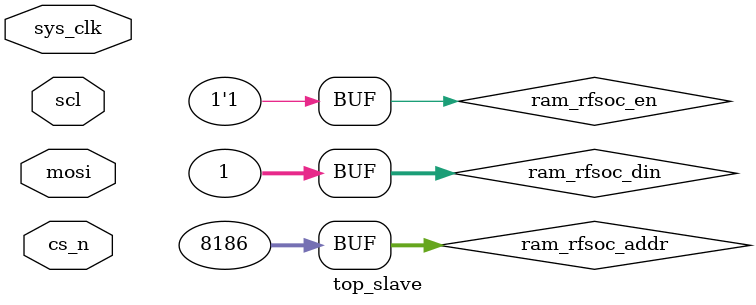
<source format=v>
`timescale 1ns / 1ps

module top_slave#
(
    parameter FRAM_BIT_NUM  = 128        ,
    parameter SYS_HZ        = 50_000_000,
    parameter SCL_HZ        = 1_000_000 ,
    parameter SPI_CHANNEL      = 8,
    parameter SPI_LANE      = 4
)(
    input                           sys_clk     ,

    input       [1:0]               cs_n        ,
    input       [1:0]               scl         ,
    input       [SPI_CHANNEL - 1: 0]   mosi        
    );



wire             clka_check ;
wire             ena_check  ;
wire [3:0]       wea_check  ;
wire [31:0]      addra_check;
wire [31:0]      dina_check ;
wire [31:0]      douta_check;
wire [31:0]      rama_rst_check;


wire          ram_bc_angle_clk  ;
wire          ram_bc_angle_en   ;
wire [3:0]    ram_bc_angle_we   ;
wire [31:0]   ram_bc_angle_addr ;
wire [31:0]   ram_bc_angle_din  ;
wire [31:0]   ram_bc_angle_dout ;
wire          ram_bc_angle_rst  ;

//PL
wire          ram_rfsoc_clk    ;
wire          ram_rfsoc_en     ;
wire          ram_rfsoc_wren   ;
wire [31:0]   ram_rfsoc_addr   ;
wire [31:0]   ram_rfsoc_din    ;
wire bram_clk;
wire bram_we;
wire [31:0] bram_addr;
wire [31:0] bram_data;

wire  sys_rst;
wire locked;
wire vio_rst;
wire clk_50m;
  clk_wiz_0 u_clk_wiz_0
   (
    // Clock out ports
    .clk_50m(clk_50m),     // output clk_50m
    // Status and control signals
    .reset(0), // input reset
    .locked(locked),       // output locked
   // Clock in ports
    .clk_in1(sys_clk));      // input clk_in1

vio_reset u_vio_reset (
  .clk          (clk_50m    ),
  .probe_out0   (vio_rst    )  
);

assign sys_rst = ~locked | vio_rst;

wire bram_wr_done;

assign ram_rfsoc_clk  = clk_50m;
assign ram_rfsoc_en   = 1;
assign ram_rfsoc_wren = bram_wr_done;
assign ram_rfsoc_addr = 32'd8186;
assign ram_rfsoc_din  = 1;


cpu_sys_wrapper u_cpu_sys_wrapper(
    . app_param0                (app_param0           ),
    . app_param1                (app_param1           ),
    . app_param2                (app_param2           ),
    . app_param3                (app_param3           ),

    . app_status0               (app_status0          ),
    . app_status1               (app_status1          ),



    . ram_bc_angle_addr         (ram_bc_angle_addr    ),
    . ram_bc_angle_clk          (ram_bc_angle_clk     ),
    . ram_bc_angle_din          (ram_bc_angle_din     ),
    . ram_bc_angle_dout         (ram_bc_angle_dout    ),
    . ram_bc_angle_en           (ram_bc_angle_en      ),
    . ram_bc_angle_rst          (ram_bc_angle_rst     ),
    . ram_bc_angle_we           (ram_bc_angle_we      ),


    . ram_bc_code_read_clk      (clka_check           ),
    . ram_bc_code_read_en       (ena_check            ),
    . ram_bc_code_read_we       (wea_check            ),
    . ram_bc_code_read_addr     (addra_check          ),
    . ram_bc_code_read_din      (dina_check           ),
    . ram_bc_code_read_dout     (douta_check          ),
    . ram_bc_code_read_rst      (rama_rst_check       ),

    . bc_uart_adjust_rxd        (BC_UART_ADJUST_RX    ),
    . bc_uart_adjust_txd        (BC_UART_ADJUST_TX    )
 );

data_check #(
    .FRAM_BIT_NUM    (FRAM_BIT_NUM),          // 默认 24，可修改
    .SYS_HZ          (SYS_HZ      ),  // 系统时钟频率（Hz）
    .SCL_HZ          (SCL_HZ      ),   // SCL时钟频率（Hz）
    .SPI_CHANNEL     (SPI_CHANNEL ),           // SPI通道数
    .SPI_LANE        (SPI_LANE    )            // SPI Lane数
) u_data_check (
    .sys_clk          (clk_50m),           // 输入：系统时钟
    .sys_rst          (sys_rst),           // 输入：系统复位
    .bram_we          (bram_we),           // 输入：BRAM写使能
    .bram_addr        (bram_addr),         // 输入：BRAM地址（32bit）
    .bram_data        (bram_data),         // 输入：BRAM数据（32bit）
    .bram_wr_done     (bram_wr_done)
);

 test_slave #
(
    . FRAM_BIT_NUM (FRAM_BIT_NUM),
    . SYS_HZ       (SYS_HZ      ),
    . SCL_HZ       (SCL_HZ      ),
    . SPI_CHANNEL     (SPI_CHANNEL    ),
    . SPI_LANE     (SPI_LANE    )
) u_test_slave (
    .sys_clk      (clk_50m),       // 系统时钟
    .sys_rst      (sys_rst),       // 系统复位，高有效

  .cs_n         ({{4{cs_n[1]}},{4{cs_n[0]}}}    ),      // SPI 片选，低有效
    .scl          ({{4{scl[1]}},{4{scl[0]}}}     ),      // SPI 时钟
    .mosi         (mosi    ),      // SPI 主出从入

    .bram_clk     (bram_clk),      // BRAM 写时钟
    .bram_we      (bram_we ),      // BRAM 写使能
    .bram_addr    (bram_addr),     // BRAM 写地址
    .bram_data    (bram_data),     // BRAM 写数据
    .bram_wr_done (bram_wr_done)   // 写完成标志
);
bram_bc_code_spi u_bram_bc_code_check (
  .clka (clka_check       ),// input  wire clka
  .ena  (ena_check        ),// input  wire ena
  .wea  (wea_check        ),// input  wire [0 : 0] wea
  .addra(addra_check >> 2 ),// input  wire [10 : 0] addra
  .dina (dina_check       ),// input  wire [31 : 0] dina
  .douta(douta_check      ),// output wire [31 : 0] douta
  .clkb (bram_clk         ),// input wire clkb
  .enb  (1                ),// input wire enb
  .web  (bram_we          ),// input wire [0 : 0] web
  .addrb(bram_addr        ),// input wire [10 : 0] addrb
  .dinb (bram_data        ),// input wire [31 : 0] dinb
  .doutb(                 ) // output wire [31 : 0] doutb
);

 bram_spi_in u_bram_bc_angle (
  .clka (ram_bc_angle_clk       ),      // input wire clka
  .ena  (ram_bc_angle_en        ),      // input wire ena
  .wea  (ram_bc_angle_we[0]     ),      // input wire [0 : 0] wea
  .addra(ram_bc_angle_addr >> 2 ),      // input wire [6 : 0] addra
  .dina (ram_bc_angle_din       ),      // input wire [31 : 0] dina
  .douta(ram_bc_angle_dout      ),      // output wire [31 : 0] douta
  .clkb (ram_rfsoc_clk          ),      // input wire clkb
  .enb  (ram_rfsoc_en           ),      // input wire enb
  .web  (ram_rfsoc_wren         ),      // input wire [0 : 0] web
  .addrb(ram_rfsoc_addr         ),      // input wire [7 : 0] addrb
  .dinb (ram_rfsoc_din          ),      // input wire [15 : 0] dinb
  .doutb(doutb                  )       // output wire [15 : 0] doutb
);



ila_done_ram u_ila_done_ram (
	.clk       (ram_rfsoc_clk ), 
	.probe0    (ram_rfsoc_en  ), 
	.probe1    (ram_rfsoc_wren  ), 
	.probe2    (ram_rfsoc_addr), 
	.probe3    (ram_rfsoc_din ) 
);

ila_bccode_bram_rw u_ila_ps_angle_bram_rw (
	.clk    (ram_bc_angle_clk   ), // input wire clk
	.probe0 (ram_bc_angle_en    ), // input wire [0:0]  probe0  
	.probe1 (ram_bc_angle_we    ), // input wire [3:0]  probe1 
	.probe2 (ram_bc_angle_addr  ), // input wire [31:0]  probe2 
	.probe3 (ram_bc_angle_din   ), // input wire [31:0]  probe3 
	.probe4 (ram_bc_angle_dout  )  // input wire [31:0]  probe4
);

ila_bccode_bram_rw u_ila_bccode_bram_back_rw (
	.clk       (clka_check ), // input wire clk
	.probe0    (ena_check  ), // input wire [0:0]  probe0  
	.probe1    (wea_check  ), // input wire [3:0]  probe1 
	.probe2    (addra_check), // input wire [31:0]  probe2 
	.probe3    (dina_check ), // input wire [31:0]  probe3 
	.probe4    (douta_check)  // input wire [31:0]  probe4 
);


endmodule

</source>
